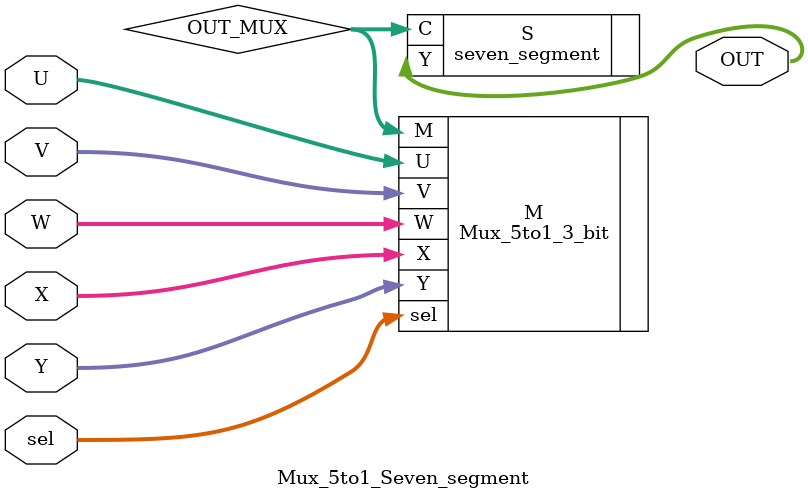
<source format=v>
module Mux_5to1_Seven_segment ( OUT,
										  sel,
										  U,
										  V,
										  W,
										  X,
										  Y
										  );
			
	output [6:0] OUT;
	
	input [2:0] sel;
	input [2:0] U;
	input [2:0] V;
	input [2:0] W;
	input [2:0] X;
	input [2:0] Y;
	
	wire [2:0] OUT_MUX;
	
	Mux_5to1_3_bit M(.M(OUT_MUX), .sel(sel), .U(U), .V(V), .W(W), .X(X), .Y(Y));
	
	seven_segment S(.Y(OUT), .C(OUT_MUX));
										  
endmodule 
</source>
